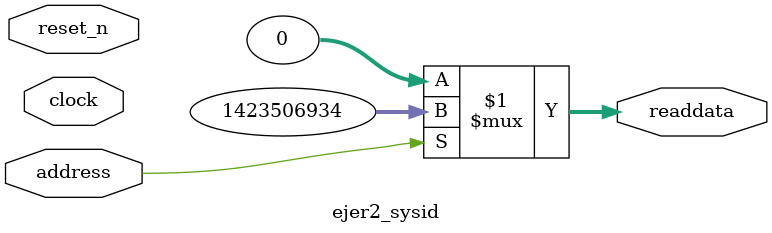
<source format=v>

`timescale 1ns / 1ps
// synthesis translate_on

// turn off superfluous verilog processor warnings 
// altera message_level Level1 
// altera message_off 10034 10035 10036 10037 10230 10240 10030 

module ejer2_sysid (
               // inputs:
                address,
                clock,
                reset_n,

               // outputs:
                readdata
             )
;

  output  [ 31: 0] readdata;
  input            address;
  input            clock;
  input            reset_n;

  wire    [ 31: 0] readdata;
  //control_slave, which is an e_avalon_slave
  assign readdata = address ? 1423506934 : 0;

endmodule




</source>
